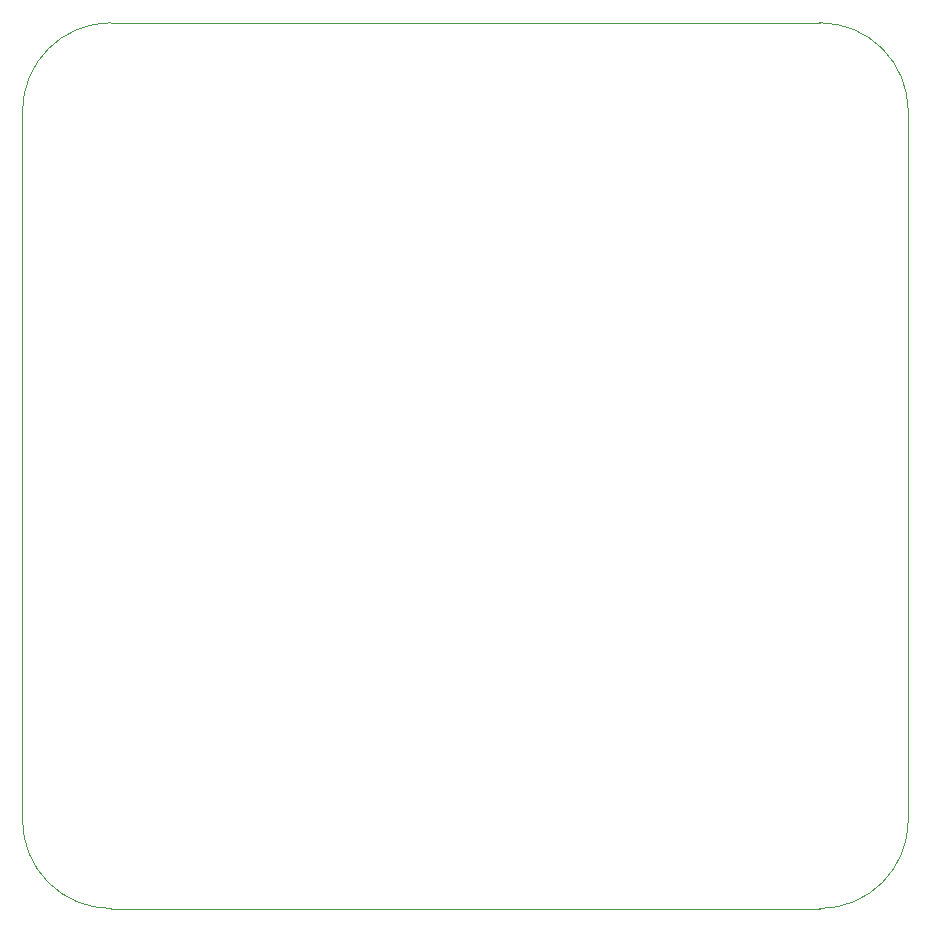
<source format=gbr>
%TF.GenerationSoftware,KiCad,Pcbnew,(5.1.0-rc1)*%
%TF.CreationDate,2020-07-29T19:39:05+03:00*%
%TF.ProjectId,home_pwm,686f6d65-5f70-4776-9d2e-6b696361645f,rev?*%
%TF.SameCoordinates,Original*%
%TF.FileFunction,Profile,NP*%
%FSLAX46Y46*%
G04 Gerber Fmt 4.6, Leading zero omitted, Abs format (unit mm)*
G04 Created by KiCad (PCBNEW (5.1.0-rc1)) date 2020-07-29 19:39:05*
%MOMM*%
%LPD*%
G04 APERTURE LIST*
%ADD10C,0.050000*%
G04 APERTURE END LIST*
D10*
X62500000Y-142500000D02*
X62500000Y-82500000D01*
X130000000Y-150000000D02*
X70000000Y-150000000D01*
X137500000Y-82500000D02*
X137500000Y-142500000D01*
X70000000Y-75000000D02*
X130000000Y-75000000D01*
X70000000Y-150000000D02*
G75*
G02X62500000Y-142500000I0J7500000D01*
G01*
X137500000Y-142500000D02*
G75*
G02X130000000Y-150000000I-7500000J0D01*
G01*
X130000000Y-75000000D02*
G75*
G02X137500000Y-82500000I0J-7500000D01*
G01*
X62500000Y-82500000D02*
G75*
G02X70000000Y-75000000I7500000J0D01*
G01*
M02*

</source>
